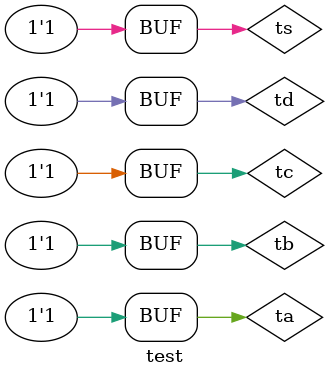
<source format=v>
module des(a,b,c,d,s,w,ox,y,oz);
input a,b,c,d,s;
output w,ox,y, oz;
wire w1,ox1,y1,oz1,w2,ox2;
// BCD to Excess3
assign w1= a |(b&c) | (b&d);
assign ox1= (~b&c) | (~b&d) |(b&~c&~d); 
assign y= ~(c^d);
assign oz1=~d;
// Encoder 
assign w2 = a|b;
assign ox2 = a|c;
// 2:1 Muxing all Variable depdning on S
assign w    = s ? w1:w2;
assign ox   = s ? ox1 : ox2;
assign y    = s ? 1'bx : y1;
assign oz   = s ? 1'bx : oz1;
endmodule

module test;
    reg     ta,tb,tc,td,ts;
    wire    tw,tx,ty,tz;
    des g1(ta,tb,tc,td,ts,tw,tx,ty,tz);
    initial begin
        $dumpfile("test.vcd");
        $dumpvars(0, test);
        $display("s\ta\tb\tc\td\t\tw\tx\ty\tz");
        $monitor("%b\t%b\t%b\t%b\t%b\t\t%b\t%b\t%b\t%b\t", ts,ta,tb,tc,td,tw,tx,ty,tz);
        ts=0; ta=0 ;tb=0 ;tc=0 ;td=0 ;
        #10
        ts=0; ta=0 ;tb=0 ;tc=0 ;td=1 ;
        #10
        ts=0; ta=0 ;tb=0 ;tc=1 ;td=0 ;
        #10
        ts=0; ta=0 ;tb=0 ;tc=1 ;td=1 ;
        #10
        ts=0; ta=0 ;tb=1 ;tc=0 ;td=0 ;
        #10
        ts=0; ta=0 ;tb=1 ;tc=0 ;td=1 ;
        #10
        ts=0; ta=0 ;tb=1 ;tc=1 ;td=0 ;
        #10
        ts=0; ta=0 ;tb=1 ;tc=1 ;td=1 ;
        #10
        ts=0; ta=1 ;tb=0 ;tc=0 ;td=0 ;
        #10
        ts=0; ta=1 ;tb=0 ;tc=0 ;td=1 ;
        #10
        ts=0; ta=1 ;tb=0 ;tc=1 ;td=0 ;
        #10
        ts=0; ta=1 ;tb=0 ;tc=1 ;td=1 ;
        #10
        ts=0; ta=1 ;tb=1 ;tc=0 ;td=0 ;
        #10
        ts=0; ta=1 ;tb=1 ;tc=0 ;td=1 ;
        #10
        ts=0; ta=1 ;tb=1 ;tc=1 ;td=0 ;
        #10
        ts=0; ta=1 ;tb=1 ;tc=1 ;td=1 ;

        ts=1; ta=0 ;tb=0 ;tc=0 ;td=0 ;
        #10
        ts=1; ta=0 ;tb=0 ;tc=0 ;td=1 ;
        #10
        ts=1; ta=0 ;tb=0 ;tc=1 ;td=0 ;
        #10
        ts=1; ta=0 ;tb=0 ;tc=1 ;td=1 ;
        #10
        ts=1; ta=0 ;tb=1 ;tc=0 ;td=0 ;
        #10
        ts=1; ta=0 ;tb=1 ;tc=0 ;td=1 ;
        #10
        ts=1; ta=0 ;tb=1 ;tc=1 ;td=0 ;
        #10
        ts=1; ta=0 ;tb=1 ;tc=1 ;td=1 ;
        #10
        ts=1; ta=1 ;tb=0 ;tc=0 ;td=0 ;
        #10
        ts=1; ta=1 ;tb=0 ;tc=0 ;td=1 ;
        #10
        ts=1; ta=1 ;tb=0 ;tc=1 ;td=0 ;
        #10
        ts=1; ta=1 ;tb=0 ;tc=1 ;td=1 ;
        #10
        ts=1; ta=1 ;tb=1 ;tc=0 ;td=0 ;
        #10
        ts=1; ta=1 ;tb=1 ;tc=0 ;td=1 ;
        #10
        ts=1; ta=1 ;tb=1 ;tc=1 ;td=0 ;
        #10
        ts=1; ta=1 ;tb=1 ;tc=1 ;td=1 ;

    end
endmodule
</source>
